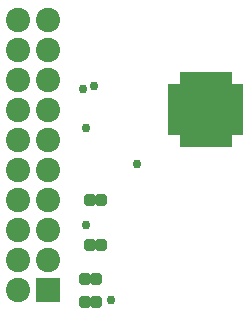
<source format=gbr>
G04*
G04 #@! TF.GenerationSoftware,Altium Limited,Altium Designer,24.10.1 (45)*
G04*
G04 Layer_Color=8388736*
%FSLAX44Y44*%
%MOMM*%
G71*
G04*
G04 #@! TF.SameCoordinates,6C15008D-1AD3-4549-9602-DC6CD9F93784*
G04*
G04*
G04 #@! TF.FilePolarity,Negative*
G04*
G01*
G75*
%ADD15R,1.3580X0.8080*%
%ADD16R,0.8080X1.3580*%
%ADD17R,4.2080X4.2080*%
G04:AMPARAMS|DCode=18|XSize=1.058mm|YSize=1.008mm|CornerRadius=0.3165mm|HoleSize=0mm|Usage=FLASHONLY|Rotation=90.000|XOffset=0mm|YOffset=0mm|HoleType=Round|Shape=RoundedRectangle|*
%AMROUNDEDRECTD18*
21,1,1.0580,0.3750,0,0,90.0*
21,1,0.4250,1.0080,0,0,90.0*
1,1,0.6330,0.1875,0.2125*
1,1,0.6330,0.1875,-0.2125*
1,1,0.6330,-0.1875,-0.2125*
1,1,0.6330,-0.1875,0.2125*
%
%ADD18ROUNDEDRECTD18*%
%ADD19C,2.0580*%
%ADD20R,2.0580X2.0580*%
%ADD21C,0.7580*%
D15*
X157372Y551408D02*
D03*
Y546408D02*
D03*
Y541408D02*
D03*
Y536408D02*
D03*
Y531408D02*
D03*
Y526408D02*
D03*
Y521408D02*
D03*
Y516408D02*
D03*
X207372D02*
D03*
Y521408D02*
D03*
Y526408D02*
D03*
Y531408D02*
D03*
Y536408D02*
D03*
Y541408D02*
D03*
Y546408D02*
D03*
Y551408D02*
D03*
D16*
X164872Y508908D02*
D03*
X169872D02*
D03*
X174872D02*
D03*
X179872D02*
D03*
X184872D02*
D03*
X189872D02*
D03*
X194872D02*
D03*
X199872D02*
D03*
Y558908D02*
D03*
X194872D02*
D03*
X189872D02*
D03*
X184872D02*
D03*
X179872D02*
D03*
X174872D02*
D03*
X169872D02*
D03*
X164872D02*
D03*
D17*
X182372Y533908D02*
D03*
D18*
X84654Y419607D02*
D03*
X93654D02*
D03*
X84654Y457962D02*
D03*
X93654D02*
D03*
X80153Y390659D02*
D03*
X89154D02*
D03*
X80154Y371322D02*
D03*
X89154D02*
D03*
D19*
X48768Y534162D02*
D03*
X23368D02*
D03*
Y559562D02*
D03*
X48768D02*
D03*
X23368Y584962D02*
D03*
X48768D02*
D03*
X23368Y610362D02*
D03*
X48768D02*
D03*
X23368Y381762D02*
D03*
Y407162D02*
D03*
X48768D02*
D03*
X23368Y432562D02*
D03*
X48768D02*
D03*
X23368Y457962D02*
D03*
X48768D02*
D03*
Y508762D02*
D03*
Y483362D02*
D03*
X23368D02*
D03*
Y508762D02*
D03*
D20*
X48768Y381762D02*
D03*
D21*
X80654Y518668D02*
D03*
X87404Y553908D02*
D03*
X101854Y372592D02*
D03*
X124456Y488188D02*
D03*
X78000Y551408D02*
D03*
X80518Y436118D02*
D03*
M02*

</source>
